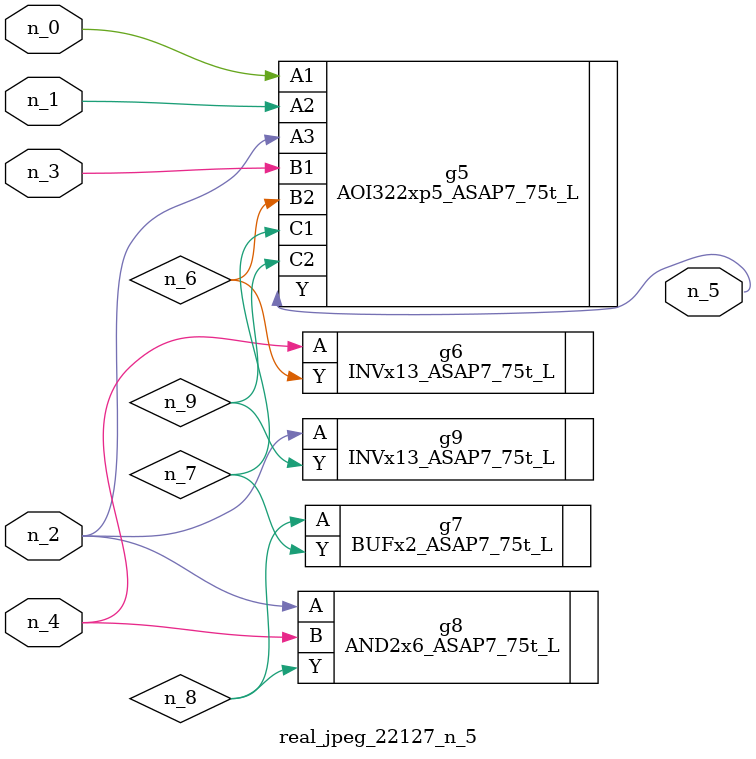
<source format=v>
module real_jpeg_22127_n_5 (n_4, n_0, n_1, n_2, n_3, n_5);

input n_4;
input n_0;
input n_1;
input n_2;
input n_3;

output n_5;

wire n_8;
wire n_6;
wire n_7;
wire n_9;

AOI322xp5_ASAP7_75t_L g5 ( 
.A1(n_0),
.A2(n_1),
.A3(n_2),
.B1(n_3),
.B2(n_6),
.C1(n_7),
.C2(n_9),
.Y(n_5)
);

AND2x6_ASAP7_75t_L g8 ( 
.A(n_2),
.B(n_4),
.Y(n_8)
);

INVx13_ASAP7_75t_L g9 ( 
.A(n_2),
.Y(n_9)
);

INVx13_ASAP7_75t_L g6 ( 
.A(n_4),
.Y(n_6)
);

BUFx2_ASAP7_75t_L g7 ( 
.A(n_8),
.Y(n_7)
);


endmodule
</source>
